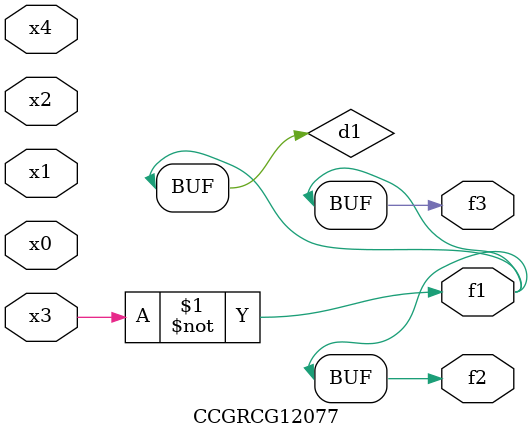
<source format=v>
module CCGRCG12077(
	input x0, x1, x2, x3, x4,
	output f1, f2, f3
);

	wire d1, d2;

	xnor (d1, x3);
	not (d2, x1);
	assign f1 = d1;
	assign f2 = d1;
	assign f3 = d1;
endmodule

</source>
